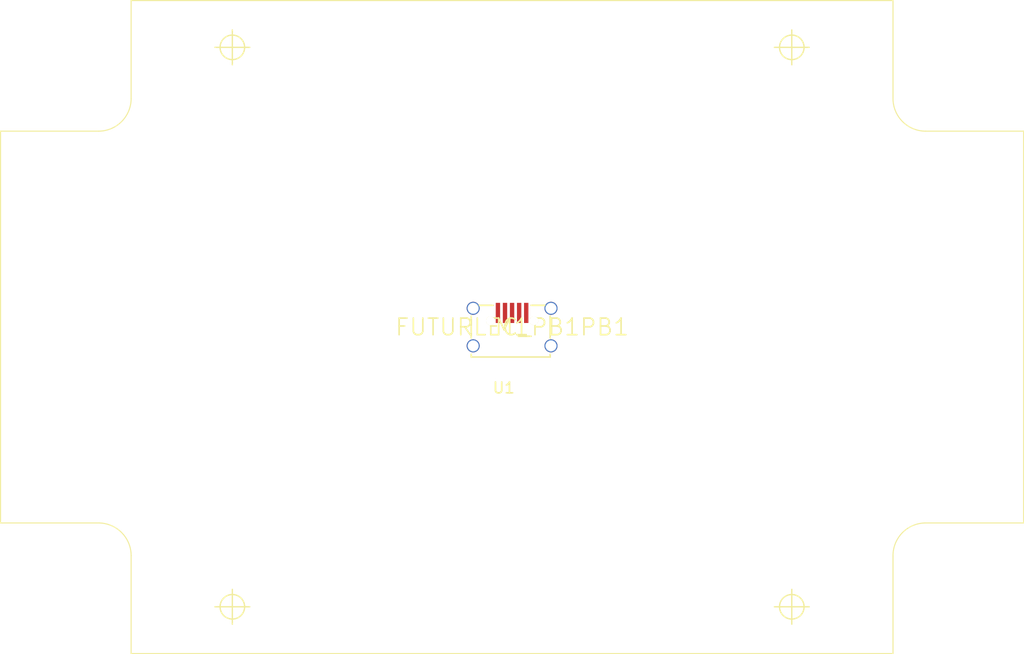
<source format=kicad_pcb>
(kicad_pcb (version 4) (host pcbnew 4.0.4+e1-6308~48~ubuntu16.04.1-stable)

  (general
    (links 0)
    (no_connects 0)
    (area 0 0 0 0)
    (thickness 1.6)
    (drawings 0)
    (tracks 0)
    (zones 0)
    (modules 2)
    (nets 1)
  )

  (page A4)
  (layers
    (0 F.Cu signal)
    (31 B.Cu signal)
    (32 B.Adhes user)
    (33 F.Adhes user)
    (34 B.Paste user)
    (35 F.Paste user)
    (36 B.SilkS user)
    (37 F.SilkS user)
    (38 B.Mask user)
    (39 F.Mask user)
    (40 Dwgs.User user)
    (41 Cmts.User user)
    (42 Eco1.User user)
    (43 Eco2.User user)
    (44 Edge.Cuts user)
    (45 Margin user)
    (46 B.CrtYd user)
    (47 F.CrtYd user)
    (48 B.Fab user)
    (49 F.Fab user)
  )

  (setup
    (last_trace_width 0.25)
    (trace_clearance 0.2)
    (zone_clearance 0.508)
    (zone_45_only no)
    (trace_min 0.2)
    (segment_width 0.2)
    (edge_width 0.15)
    (via_size 0.6)
    (via_drill 0.4)
    (via_min_size 0.4)
    (via_min_drill 0.3)
    (uvia_size 0.3)
    (uvia_drill 0.1)
    (uvias_allowed no)
    (uvia_min_size 0.2)
    (uvia_min_drill 0.1)
    (pcb_text_width 0.3)
    (pcb_text_size 1.5 1.5)
    (mod_edge_width 0.15)
    (mod_text_size 1 1)
    (mod_text_width 0.15)
    (pad_size 1.524 1.524)
    (pad_drill 0.762)
    (pad_to_mask_clearance 0.2)
    (aux_axis_origin 0 0)
    (visible_elements FFFFFF7F)
    (pcbplotparams
      (layerselection 0x00030_80000001)
      (usegerberextensions false)
      (excludeedgelayer true)
      (linewidth 0.100000)
      (plotframeref false)
      (viasonmask false)
      (mode 1)
      (useauxorigin false)
      (hpglpennumber 1)
      (hpglpenspeed 20)
      (hpglpendiameter 15)
      (hpglpenoverlay 2)
      (psnegative false)
      (psa4output false)
      (plotreference true)
      (plotvalue true)
      (plotinvisibletext false)
      (padsonsilk false)
      (subtractmaskfromsilk false)
      (outputformat 1)
      (mirror false)
      (drillshape 1)
      (scaleselection 1)
      (outputdirectory ""))
  )

  (net 0 "")

  (net_class Default "This is the default net class."
    (clearance 0.2)
    (trace_width 0.25)
    (via_dia 0.6)
    (via_drill 0.4)
    (uvia_dia 0.3)
    (uvia_drill 0.1)
  )

  (module SquantorPcbOutline:SquantorPCBOutline-FUTURLEC_PB1 (layer F.Cu) (tedit 200000) (tstamp 581BA4B5)
    (at 148.5011 105.0036)
    (path /581BA34C)
    (attr virtual)
    (fp_text reference M1 (at 0 0) (layer F.SilkS)
      (effects (font (thickness 0.15)))
    )
    (fp_text value FUTURLEC_PB1PB1 (at 0 0) (layer F.SilkS)
      (effects (font (thickness 0.15)))
    )
    (fp_line (start -34.99866 -29.99994) (end 34.99866 -29.99994) (layer F.SilkS) (width 0))
    (fp_line (start 46.99762 -17.99844) (end 46.99762 17.99844) (layer F.SilkS) (width 0))
    (fp_line (start 34.99866 29.99994) (end -34.99866 29.99994) (layer F.SilkS) (width 0))
    (fp_line (start -46.99762 17.99844) (end -46.99762 -17.99844) (layer F.SilkS) (width 0))
    (fp_line (start -34.99866 -29.99994) (end -34.99866 -20.99818) (layer F.SilkS) (width 0))
    (fp_line (start -37.9984 -17.99844) (end -46.99762 -17.99844) (layer F.SilkS) (width 0))
    (fp_line (start -46.99762 17.99844) (end -37.9984 17.99844) (layer F.SilkS) (width 0))
    (fp_line (start -34.99866 20.99818) (end -34.99866 29.99994) (layer F.SilkS) (width 0))
    (fp_line (start 37.9984 17.99844) (end 46.99762 17.99844) (layer F.SilkS) (width 0))
    (fp_line (start 34.99866 29.99994) (end 34.99866 20.99818) (layer F.SilkS) (width 0))
    (fp_line (start 46.99762 -17.99844) (end 37.9984 -17.99844) (layer F.SilkS) (width 0))
    (fp_line (start 34.99866 -20.99818) (end 34.99866 -29.99994) (layer F.SilkS) (width 0))
    (fp_circle (center -25.69972 -25.69972) (end -26.49728 -26.49728) (layer F.SilkS) (width 0.127))
    (fp_line (start -27.29992 -25.69972) (end -24.09952 -25.69972) (layer F.SilkS) (width 0.127))
    (fp_line (start -25.69972 -24.09952) (end -25.69972 -27.29992) (layer F.SilkS) (width 0.127))
    (fp_circle (center -25.69972 25.69972) (end -26.49728 26.49728) (layer F.SilkS) (width 0.127))
    (fp_line (start -27.29992 25.69972) (end -24.09952 25.69972) (layer F.SilkS) (width 0.127))
    (fp_line (start -25.69972 27.29992) (end -25.69972 24.09952) (layer F.SilkS) (width 0.127))
    (fp_circle (center 25.69972 25.69972) (end 26.49728 26.49728) (layer F.SilkS) (width 0.127))
    (fp_line (start 24.09952 25.69972) (end 27.29992 25.69972) (layer F.SilkS) (width 0.127))
    (fp_line (start 25.69972 27.29992) (end 25.69972 24.09952) (layer F.SilkS) (width 0.127))
    (fp_circle (center 25.69972 -25.69972) (end 26.49728 -26.49728) (layer F.SilkS) (width 0.127))
    (fp_line (start 24.09952 -25.69972) (end 27.29992 -25.69972) (layer F.SilkS) (width 0.127))
    (fp_line (start 25.69972 -24.09952) (end 25.69972 -27.29992) (layer F.SilkS) (width 0.127))
    (fp_arc (start -37.9984 -20.99818) (end -34.99866 -20.99818) (angle 90) (layer F.SilkS) (width 0))
    (fp_arc (start -37.9984 20.99818) (end -37.9984 17.99844) (angle 90) (layer F.SilkS) (width 0))
    (fp_arc (start 37.9984 20.99818) (end 34.99866 20.99818) (angle 90) (layer F.SilkS) (width 0))
    (fp_arc (start 37.9984 -20.99818) (end 37.9984 -17.99844) (angle 90) (layer F.SilkS) (width 0))
  )

  (module SquantorUsb:SquantorUsb-USB-UB-SMD4H (layer F.Cu) (tedit 5803E20A) (tstamp 581BA4CB)
    (at 148.5011 105.0036)
    (path /581BA3AF)
    (fp_text reference U1 (at -0.762 5.588) (layer F.SilkS)
      (effects (font (size 1 1) (thickness 0.15)))
    )
    (fp_text value USB-micro (at -0.381 -6.731) (layer F.Fab)
      (effects (font (size 1 1) (thickness 0.15)))
    )
    (fp_line (start 3.5 2.5) (end 3.5 2.75) (layer F.SilkS) (width 0.15))
    (fp_line (start 3.5 2.75) (end -3.75 2.75) (layer F.SilkS) (width 0.15))
    (fp_line (start -3.75 2.75) (end -3.75 2.5) (layer F.SilkS) (width 0.15))
    (fp_line (start -3.75 -1) (end -3.75 1) (layer F.SilkS) (width 0.15))
    (fp_line (start 3.5 -1) (end 3.5 1) (layer F.SilkS) (width 0.15))
    (fp_line (start 1.75 -2) (end 3 -2) (layer F.SilkS) (width 0.15))
    (fp_line (start -3 -2) (end -1.75 -2) (layer F.SilkS) (width 0.15))
    (pad S thru_hole circle (at -3.575 -1.725) (size 1.2 1.2) (drill 1) (layers *.Cu *.Mask))
    (pad S thru_hole circle (at 3.575 -1.725) (size 1.2 1.2) (drill 1) (layers *.Cu *.Mask))
    (pad S thru_hole circle (at -3.575 1.725) (size 1.2 1.2) (drill 1) (layers *.Cu *.Mask))
    (pad "" np_thru_hole circle (at -2 -0.575) (size 0.8 0.8) (drill 0.8) (layers *.Cu *.Mask F.SilkS))
    (pad 5 smd rect (at 1.3 -1.3) (size 0.4 1.85) (layers F.Cu F.Paste F.Mask))
    (pad 4 smd rect (at 0.65 -1.3) (size 0.4 1.85) (layers F.Cu F.Paste F.Mask))
    (pad 3 smd rect (at 0 -1.3) (size 0.4 1.85) (layers F.Cu F.Paste F.Mask))
    (pad 2 smd rect (at -0.65 -1.3) (size 0.4 1.85) (layers F.Cu F.Paste F.Mask))
    (pad 1 smd rect (at -1.3 -1.3) (size 0.4 1.85) (layers F.Cu F.Paste F.Mask))
    (pad "" np_thru_hole circle (at 2 -0.575) (size 0.8 0.8) (drill 0.8) (layers *.Cu *.Mask F.SilkS))
    (pad S thru_hole circle (at 3.575 1.725) (size 1.2 1.2) (drill 1) (layers *.Cu *.Mask))
  )

)

</source>
